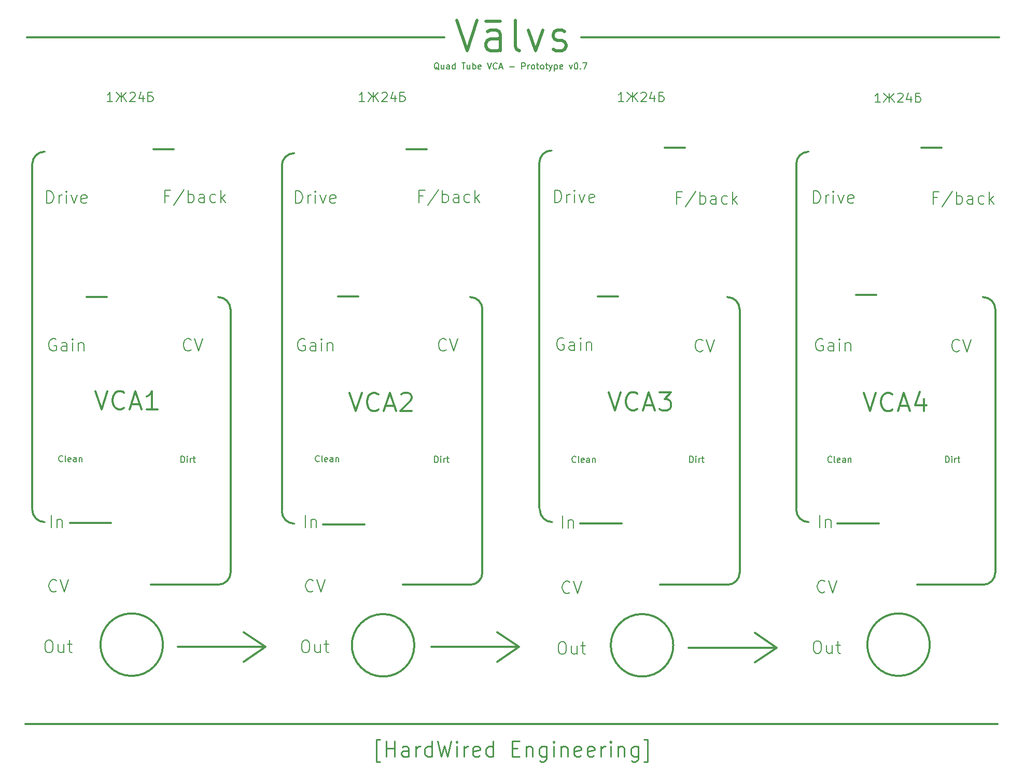
<source format=gto>
%TF.GenerationSoftware,KiCad,Pcbnew,(5.1.6-0-10_14)*%
%TF.CreationDate,2022-01-22T16:53:59+00:00*%
%TF.ProjectId,Quad Tube VCA Panel,51756164-2054-4756-9265-205643412050,rev?*%
%TF.SameCoordinates,Original*%
%TF.FileFunction,Legend,Top*%
%TF.FilePolarity,Positive*%
%FSLAX46Y46*%
G04 Gerber Fmt 4.6, Leading zero omitted, Abs format (unit mm)*
G04 Created by KiCad (PCBNEW (5.1.6-0-10_14)) date 2022-01-22 16:53:59*
%MOMM*%
%LPD*%
G01*
G04 APERTURE LIST*
%ADD10C,0.300000*%
%ADD11C,0.200000*%
%ADD12C,0.500000*%
%ADD13C,0.150000*%
%ADD14C,0.250000*%
%ADD15C,0.120000*%
G04 APERTURE END LIST*
D10*
X154813000Y-87122000D02*
X158115000Y-87122000D01*
X144145000Y-111125000D02*
X147447000Y-111125000D01*
X112903000Y-87122000D02*
X116205000Y-87122000D01*
X101981000Y-111379000D02*
X105283000Y-111379000D01*
X70739000Y-87376000D02*
X74041000Y-87376000D01*
X59563000Y-111379000D02*
X62865000Y-111379000D01*
X29464000Y-87376000D02*
X32766000Y-87376000D01*
X18542000Y-111506000D02*
X21844000Y-111506000D01*
X156210000Y-168275000D02*
G75*
G03*
X156210000Y-168275000I-5105337J0D01*
G01*
X114325337Y-168376663D02*
G75*
G03*
X114325337Y-168376663I-5105337J0D01*
G01*
X72034337Y-168376663D02*
G75*
G03*
X72034337Y-168376663I-5105337J0D01*
G01*
X30988000Y-168275000D02*
G75*
G03*
X30988000Y-168275000I-5105337J0D01*
G01*
D11*
X52641904Y-96154761D02*
X52641904Y-94154761D01*
X53118095Y-94154761D01*
X53403809Y-94250000D01*
X53594285Y-94440476D01*
X53689523Y-94630952D01*
X53784761Y-95011904D01*
X53784761Y-95297619D01*
X53689523Y-95678571D01*
X53594285Y-95869047D01*
X53403809Y-96059523D01*
X53118095Y-96154761D01*
X52641904Y-96154761D01*
X54641904Y-96154761D02*
X54641904Y-94821428D01*
X54641904Y-95202380D02*
X54737142Y-95011904D01*
X54832380Y-94916666D01*
X55022857Y-94821428D01*
X55213333Y-94821428D01*
X55880000Y-96154761D02*
X55880000Y-94821428D01*
X55880000Y-94154761D02*
X55784761Y-94250000D01*
X55880000Y-94345238D01*
X55975238Y-94250000D01*
X55880000Y-94154761D01*
X55880000Y-94345238D01*
X56641904Y-94821428D02*
X57118095Y-96154761D01*
X57594285Y-94821428D01*
X59118095Y-96059523D02*
X58927619Y-96154761D01*
X58546666Y-96154761D01*
X58356190Y-96059523D01*
X58260952Y-95869047D01*
X58260952Y-95107142D01*
X58356190Y-94916666D01*
X58546666Y-94821428D01*
X58927619Y-94821428D01*
X59118095Y-94916666D01*
X59213333Y-95107142D01*
X59213333Y-95297619D01*
X58260952Y-95488095D01*
X54118095Y-118380000D02*
X53927619Y-118284761D01*
X53641904Y-118284761D01*
X53356190Y-118380000D01*
X53165714Y-118570476D01*
X53070476Y-118760952D01*
X52975238Y-119141904D01*
X52975238Y-119427619D01*
X53070476Y-119808571D01*
X53165714Y-119999047D01*
X53356190Y-120189523D01*
X53641904Y-120284761D01*
X53832380Y-120284761D01*
X54118095Y-120189523D01*
X54213333Y-120094285D01*
X54213333Y-119427619D01*
X53832380Y-119427619D01*
X55927619Y-120284761D02*
X55927619Y-119237142D01*
X55832380Y-119046666D01*
X55641904Y-118951428D01*
X55260952Y-118951428D01*
X55070476Y-119046666D01*
X55927619Y-120189523D02*
X55737142Y-120284761D01*
X55260952Y-120284761D01*
X55070476Y-120189523D01*
X54975238Y-119999047D01*
X54975238Y-119808571D01*
X55070476Y-119618095D01*
X55260952Y-119522857D01*
X55737142Y-119522857D01*
X55927619Y-119427619D01*
X56880000Y-120284761D02*
X56880000Y-118951428D01*
X56880000Y-118284761D02*
X56784761Y-118380000D01*
X56880000Y-118475238D01*
X56975238Y-118380000D01*
X56880000Y-118284761D01*
X56880000Y-118475238D01*
X57832380Y-118951428D02*
X57832380Y-120284761D01*
X57832380Y-119141904D02*
X57927619Y-119046666D01*
X58118095Y-118951428D01*
X58403809Y-118951428D01*
X58594285Y-119046666D01*
X58689523Y-119237142D01*
X58689523Y-120284761D01*
X77231904Y-120094285D02*
X77136666Y-120189523D01*
X76850952Y-120284761D01*
X76660476Y-120284761D01*
X76374761Y-120189523D01*
X76184285Y-119999047D01*
X76089047Y-119808571D01*
X75993809Y-119427619D01*
X75993809Y-119141904D01*
X76089047Y-118760952D01*
X76184285Y-118570476D01*
X76374761Y-118380000D01*
X76660476Y-118284761D01*
X76850952Y-118284761D01*
X77136666Y-118380000D01*
X77231904Y-118475238D01*
X77803333Y-118284761D02*
X78470000Y-120284761D01*
X79136666Y-118284761D01*
X73485904Y-94980142D02*
X72819238Y-94980142D01*
X72819238Y-96027761D02*
X72819238Y-94027761D01*
X73771619Y-94027761D01*
X75962095Y-93932523D02*
X74247809Y-96503952D01*
X76628761Y-96027761D02*
X76628761Y-94027761D01*
X76628761Y-94789666D02*
X76819238Y-94694428D01*
X77200190Y-94694428D01*
X77390666Y-94789666D01*
X77485904Y-94884904D01*
X77581142Y-95075380D01*
X77581142Y-95646809D01*
X77485904Y-95837285D01*
X77390666Y-95932523D01*
X77200190Y-96027761D01*
X76819238Y-96027761D01*
X76628761Y-95932523D01*
X79295428Y-96027761D02*
X79295428Y-94980142D01*
X79200190Y-94789666D01*
X79009714Y-94694428D01*
X78628761Y-94694428D01*
X78438285Y-94789666D01*
X79295428Y-95932523D02*
X79104952Y-96027761D01*
X78628761Y-96027761D01*
X78438285Y-95932523D01*
X78343047Y-95742047D01*
X78343047Y-95551571D01*
X78438285Y-95361095D01*
X78628761Y-95265857D01*
X79104952Y-95265857D01*
X79295428Y-95170619D01*
X81104952Y-95932523D02*
X80914476Y-96027761D01*
X80533523Y-96027761D01*
X80343047Y-95932523D01*
X80247809Y-95837285D01*
X80152571Y-95646809D01*
X80152571Y-95075380D01*
X80247809Y-94884904D01*
X80343047Y-94789666D01*
X80533523Y-94694428D01*
X80914476Y-94694428D01*
X81104952Y-94789666D01*
X81962095Y-96027761D02*
X81962095Y-94027761D01*
X82152571Y-95265857D02*
X82724000Y-96027761D01*
X82724000Y-94694428D02*
X81962095Y-95456333D01*
X35575904Y-120094285D02*
X35480666Y-120189523D01*
X35194952Y-120284761D01*
X35004476Y-120284761D01*
X34718761Y-120189523D01*
X34528285Y-119999047D01*
X34433047Y-119808571D01*
X34337809Y-119427619D01*
X34337809Y-119141904D01*
X34433047Y-118760952D01*
X34528285Y-118570476D01*
X34718761Y-118380000D01*
X35004476Y-118284761D01*
X35194952Y-118284761D01*
X35480666Y-118380000D01*
X35575904Y-118475238D01*
X36147333Y-118284761D02*
X36814000Y-120284761D01*
X37480666Y-118284761D01*
X31956904Y-94980142D02*
X31290238Y-94980142D01*
X31290238Y-96027761D02*
X31290238Y-94027761D01*
X32242619Y-94027761D01*
X34433095Y-93932523D02*
X32718809Y-96503952D01*
X35099761Y-96027761D02*
X35099761Y-94027761D01*
X35099761Y-94789666D02*
X35290238Y-94694428D01*
X35671190Y-94694428D01*
X35861666Y-94789666D01*
X35956904Y-94884904D01*
X36052142Y-95075380D01*
X36052142Y-95646809D01*
X35956904Y-95837285D01*
X35861666Y-95932523D01*
X35671190Y-96027761D01*
X35290238Y-96027761D01*
X35099761Y-95932523D01*
X37766428Y-96027761D02*
X37766428Y-94980142D01*
X37671190Y-94789666D01*
X37480714Y-94694428D01*
X37099761Y-94694428D01*
X36909285Y-94789666D01*
X37766428Y-95932523D02*
X37575952Y-96027761D01*
X37099761Y-96027761D01*
X36909285Y-95932523D01*
X36814047Y-95742047D01*
X36814047Y-95551571D01*
X36909285Y-95361095D01*
X37099761Y-95265857D01*
X37575952Y-95265857D01*
X37766428Y-95170619D01*
X39575952Y-95932523D02*
X39385476Y-96027761D01*
X39004523Y-96027761D01*
X38814047Y-95932523D01*
X38718809Y-95837285D01*
X38623571Y-95646809D01*
X38623571Y-95075380D01*
X38718809Y-94884904D01*
X38814047Y-94789666D01*
X39004523Y-94694428D01*
X39385476Y-94694428D01*
X39575952Y-94789666D01*
X40433095Y-96027761D02*
X40433095Y-94027761D01*
X40623571Y-95265857D02*
X41195000Y-96027761D01*
X41195000Y-94694428D02*
X40433095Y-95456333D01*
X13478095Y-118380000D02*
X13287619Y-118284761D01*
X13001904Y-118284761D01*
X12716190Y-118380000D01*
X12525714Y-118570476D01*
X12430476Y-118760952D01*
X12335238Y-119141904D01*
X12335238Y-119427619D01*
X12430476Y-119808571D01*
X12525714Y-119999047D01*
X12716190Y-120189523D01*
X13001904Y-120284761D01*
X13192380Y-120284761D01*
X13478095Y-120189523D01*
X13573333Y-120094285D01*
X13573333Y-119427619D01*
X13192380Y-119427619D01*
X15287619Y-120284761D02*
X15287619Y-119237142D01*
X15192380Y-119046666D01*
X15001904Y-118951428D01*
X14620952Y-118951428D01*
X14430476Y-119046666D01*
X15287619Y-120189523D02*
X15097142Y-120284761D01*
X14620952Y-120284761D01*
X14430476Y-120189523D01*
X14335238Y-119999047D01*
X14335238Y-119808571D01*
X14430476Y-119618095D01*
X14620952Y-119522857D01*
X15097142Y-119522857D01*
X15287619Y-119427619D01*
X16240000Y-120284761D02*
X16240000Y-118951428D01*
X16240000Y-118284761D02*
X16144761Y-118380000D01*
X16240000Y-118475238D01*
X16335238Y-118380000D01*
X16240000Y-118284761D01*
X16240000Y-118475238D01*
X17192380Y-118951428D02*
X17192380Y-120284761D01*
X17192380Y-119141904D02*
X17287619Y-119046666D01*
X17478095Y-118951428D01*
X17763809Y-118951428D01*
X17954285Y-119046666D01*
X18049523Y-119237142D01*
X18049523Y-120284761D01*
X12001904Y-96154761D02*
X12001904Y-94154761D01*
X12478095Y-94154761D01*
X12763809Y-94250000D01*
X12954285Y-94440476D01*
X13049523Y-94630952D01*
X13144761Y-95011904D01*
X13144761Y-95297619D01*
X13049523Y-95678571D01*
X12954285Y-95869047D01*
X12763809Y-96059523D01*
X12478095Y-96154761D01*
X12001904Y-96154761D01*
X14001904Y-96154761D02*
X14001904Y-94821428D01*
X14001904Y-95202380D02*
X14097142Y-95011904D01*
X14192380Y-94916666D01*
X14382857Y-94821428D01*
X14573333Y-94821428D01*
X15240000Y-96154761D02*
X15240000Y-94821428D01*
X15240000Y-94154761D02*
X15144761Y-94250000D01*
X15240000Y-94345238D01*
X15335238Y-94250000D01*
X15240000Y-94154761D01*
X15240000Y-94345238D01*
X16001904Y-94821428D02*
X16478095Y-96154761D01*
X16954285Y-94821428D01*
X18478095Y-96059523D02*
X18287619Y-96154761D01*
X17906666Y-96154761D01*
X17716190Y-96059523D01*
X17620952Y-95869047D01*
X17620952Y-95107142D01*
X17716190Y-94916666D01*
X17906666Y-94821428D01*
X18287619Y-94821428D01*
X18478095Y-94916666D01*
X18573333Y-95107142D01*
X18573333Y-95297619D01*
X17620952Y-95488095D01*
D12*
X78971333Y-66222904D02*
X80638000Y-71222904D01*
X82304666Y-66222904D01*
X86114190Y-71222904D02*
X86114190Y-68603857D01*
X85876095Y-68127666D01*
X85399904Y-67889571D01*
X84447523Y-67889571D01*
X83971333Y-68127666D01*
X86114190Y-70984809D02*
X85638000Y-71222904D01*
X84447523Y-71222904D01*
X83971333Y-70984809D01*
X83733238Y-70508619D01*
X83733238Y-70032428D01*
X83971333Y-69556238D01*
X84447523Y-69318142D01*
X85638000Y-69318142D01*
X86114190Y-69080047D01*
X83733238Y-66461000D02*
X86114190Y-66461000D01*
X89209428Y-71222904D02*
X88733238Y-70984809D01*
X88495142Y-70508619D01*
X88495142Y-66222904D01*
X90638000Y-67889571D02*
X91828476Y-71222904D01*
X93018952Y-67889571D01*
X94685619Y-70984809D02*
X95161809Y-71222904D01*
X96114190Y-71222904D01*
X96590380Y-70984809D01*
X96828476Y-70508619D01*
X96828476Y-70270523D01*
X96590380Y-69794333D01*
X96114190Y-69556238D01*
X95399904Y-69556238D01*
X94923714Y-69318142D01*
X94685619Y-68841952D01*
X94685619Y-68603857D01*
X94923714Y-68127666D01*
X95399904Y-67889571D01*
X96114190Y-67889571D01*
X96590380Y-68127666D01*
D11*
X96409095Y-118253000D02*
X96218619Y-118157761D01*
X95932904Y-118157761D01*
X95647190Y-118253000D01*
X95456714Y-118443476D01*
X95361476Y-118633952D01*
X95266238Y-119014904D01*
X95266238Y-119300619D01*
X95361476Y-119681571D01*
X95456714Y-119872047D01*
X95647190Y-120062523D01*
X95932904Y-120157761D01*
X96123380Y-120157761D01*
X96409095Y-120062523D01*
X96504333Y-119967285D01*
X96504333Y-119300619D01*
X96123380Y-119300619D01*
X98218619Y-120157761D02*
X98218619Y-119110142D01*
X98123380Y-118919666D01*
X97932904Y-118824428D01*
X97551952Y-118824428D01*
X97361476Y-118919666D01*
X98218619Y-120062523D02*
X98028142Y-120157761D01*
X97551952Y-120157761D01*
X97361476Y-120062523D01*
X97266238Y-119872047D01*
X97266238Y-119681571D01*
X97361476Y-119491095D01*
X97551952Y-119395857D01*
X98028142Y-119395857D01*
X98218619Y-119300619D01*
X99171000Y-120157761D02*
X99171000Y-118824428D01*
X99171000Y-118157761D02*
X99075761Y-118253000D01*
X99171000Y-118348238D01*
X99266238Y-118253000D01*
X99171000Y-118157761D01*
X99171000Y-118348238D01*
X100123380Y-118824428D02*
X100123380Y-120157761D01*
X100123380Y-119014904D02*
X100218619Y-118919666D01*
X100409095Y-118824428D01*
X100694809Y-118824428D01*
X100885285Y-118919666D01*
X100980523Y-119110142D01*
X100980523Y-120157761D01*
X119141904Y-120221285D02*
X119046666Y-120316523D01*
X118760952Y-120411761D01*
X118570476Y-120411761D01*
X118284761Y-120316523D01*
X118094285Y-120126047D01*
X117999047Y-119935571D01*
X117903809Y-119554619D01*
X117903809Y-119268904D01*
X117999047Y-118887952D01*
X118094285Y-118697476D01*
X118284761Y-118507000D01*
X118570476Y-118411761D01*
X118760952Y-118411761D01*
X119046666Y-118507000D01*
X119141904Y-118602238D01*
X119713333Y-118411761D02*
X120380000Y-120411761D01*
X121046666Y-118411761D01*
X94932904Y-96027761D02*
X94932904Y-94027761D01*
X95409095Y-94027761D01*
X95694809Y-94123000D01*
X95885285Y-94313476D01*
X95980523Y-94503952D01*
X96075761Y-94884904D01*
X96075761Y-95170619D01*
X95980523Y-95551571D01*
X95885285Y-95742047D01*
X95694809Y-95932523D01*
X95409095Y-96027761D01*
X94932904Y-96027761D01*
X96932904Y-96027761D02*
X96932904Y-94694428D01*
X96932904Y-95075380D02*
X97028142Y-94884904D01*
X97123380Y-94789666D01*
X97313857Y-94694428D01*
X97504333Y-94694428D01*
X98171000Y-96027761D02*
X98171000Y-94694428D01*
X98171000Y-94027761D02*
X98075761Y-94123000D01*
X98171000Y-94218238D01*
X98266238Y-94123000D01*
X98171000Y-94027761D01*
X98171000Y-94218238D01*
X98932904Y-94694428D02*
X99409095Y-96027761D01*
X99885285Y-94694428D01*
X101409095Y-95932523D02*
X101218619Y-96027761D01*
X100837666Y-96027761D01*
X100647190Y-95932523D01*
X100551952Y-95742047D01*
X100551952Y-94980142D01*
X100647190Y-94789666D01*
X100837666Y-94694428D01*
X101218619Y-94694428D01*
X101409095Y-94789666D01*
X101504333Y-94980142D01*
X101504333Y-95170619D01*
X100551952Y-95361095D01*
X115522904Y-95234142D02*
X114856238Y-95234142D01*
X114856238Y-96281761D02*
X114856238Y-94281761D01*
X115808619Y-94281761D01*
X117999095Y-94186523D02*
X116284809Y-96757952D01*
X118665761Y-96281761D02*
X118665761Y-94281761D01*
X118665761Y-95043666D02*
X118856238Y-94948428D01*
X119237190Y-94948428D01*
X119427666Y-95043666D01*
X119522904Y-95138904D01*
X119618142Y-95329380D01*
X119618142Y-95900809D01*
X119522904Y-96091285D01*
X119427666Y-96186523D01*
X119237190Y-96281761D01*
X118856238Y-96281761D01*
X118665761Y-96186523D01*
X121332428Y-96281761D02*
X121332428Y-95234142D01*
X121237190Y-95043666D01*
X121046714Y-94948428D01*
X120665761Y-94948428D01*
X120475285Y-95043666D01*
X121332428Y-96186523D02*
X121141952Y-96281761D01*
X120665761Y-96281761D01*
X120475285Y-96186523D01*
X120380047Y-95996047D01*
X120380047Y-95805571D01*
X120475285Y-95615095D01*
X120665761Y-95519857D01*
X121141952Y-95519857D01*
X121332428Y-95424619D01*
X123141952Y-96186523D02*
X122951476Y-96281761D01*
X122570523Y-96281761D01*
X122380047Y-96186523D01*
X122284809Y-96091285D01*
X122189571Y-95900809D01*
X122189571Y-95329380D01*
X122284809Y-95138904D01*
X122380047Y-95043666D01*
X122570523Y-94948428D01*
X122951476Y-94948428D01*
X123141952Y-95043666D01*
X123999095Y-96281761D02*
X123999095Y-94281761D01*
X124189571Y-95519857D02*
X124761000Y-96281761D01*
X124761000Y-94948428D02*
X123999095Y-95710333D01*
X138700095Y-118380000D02*
X138509619Y-118284761D01*
X138223904Y-118284761D01*
X137938190Y-118380000D01*
X137747714Y-118570476D01*
X137652476Y-118760952D01*
X137557238Y-119141904D01*
X137557238Y-119427619D01*
X137652476Y-119808571D01*
X137747714Y-119999047D01*
X137938190Y-120189523D01*
X138223904Y-120284761D01*
X138414380Y-120284761D01*
X138700095Y-120189523D01*
X138795333Y-120094285D01*
X138795333Y-119427619D01*
X138414380Y-119427619D01*
X140509619Y-120284761D02*
X140509619Y-119237142D01*
X140414380Y-119046666D01*
X140223904Y-118951428D01*
X139842952Y-118951428D01*
X139652476Y-119046666D01*
X140509619Y-120189523D02*
X140319142Y-120284761D01*
X139842952Y-120284761D01*
X139652476Y-120189523D01*
X139557238Y-119999047D01*
X139557238Y-119808571D01*
X139652476Y-119618095D01*
X139842952Y-119522857D01*
X140319142Y-119522857D01*
X140509619Y-119427619D01*
X141462000Y-120284761D02*
X141462000Y-118951428D01*
X141462000Y-118284761D02*
X141366761Y-118380000D01*
X141462000Y-118475238D01*
X141557238Y-118380000D01*
X141462000Y-118284761D01*
X141462000Y-118475238D01*
X142414380Y-118951428D02*
X142414380Y-120284761D01*
X142414380Y-119141904D02*
X142509619Y-119046666D01*
X142700095Y-118951428D01*
X142985809Y-118951428D01*
X143176285Y-119046666D01*
X143271523Y-119237142D01*
X143271523Y-120284761D01*
X161051904Y-120221285D02*
X160956666Y-120316523D01*
X160670952Y-120411761D01*
X160480476Y-120411761D01*
X160194761Y-120316523D01*
X160004285Y-120126047D01*
X159909047Y-119935571D01*
X159813809Y-119554619D01*
X159813809Y-119268904D01*
X159909047Y-118887952D01*
X160004285Y-118697476D01*
X160194761Y-118507000D01*
X160480476Y-118411761D01*
X160670952Y-118411761D01*
X160956666Y-118507000D01*
X161051904Y-118602238D01*
X161623333Y-118411761D02*
X162290000Y-120411761D01*
X162956666Y-118411761D01*
X137223904Y-96154761D02*
X137223904Y-94154761D01*
X137700095Y-94154761D01*
X137985809Y-94250000D01*
X138176285Y-94440476D01*
X138271523Y-94630952D01*
X138366761Y-95011904D01*
X138366761Y-95297619D01*
X138271523Y-95678571D01*
X138176285Y-95869047D01*
X137985809Y-96059523D01*
X137700095Y-96154761D01*
X137223904Y-96154761D01*
X139223904Y-96154761D02*
X139223904Y-94821428D01*
X139223904Y-95202380D02*
X139319142Y-95011904D01*
X139414380Y-94916666D01*
X139604857Y-94821428D01*
X139795333Y-94821428D01*
X140462000Y-96154761D02*
X140462000Y-94821428D01*
X140462000Y-94154761D02*
X140366761Y-94250000D01*
X140462000Y-94345238D01*
X140557238Y-94250000D01*
X140462000Y-94154761D01*
X140462000Y-94345238D01*
X141223904Y-94821428D02*
X141700095Y-96154761D01*
X142176285Y-94821428D01*
X143700095Y-96059523D02*
X143509619Y-96154761D01*
X143128666Y-96154761D01*
X142938190Y-96059523D01*
X142842952Y-95869047D01*
X142842952Y-95107142D01*
X142938190Y-94916666D01*
X143128666Y-94821428D01*
X143509619Y-94821428D01*
X143700095Y-94916666D01*
X143795333Y-95107142D01*
X143795333Y-95297619D01*
X142842952Y-95488095D01*
X157432904Y-95234142D02*
X156766238Y-95234142D01*
X156766238Y-96281761D02*
X156766238Y-94281761D01*
X157718619Y-94281761D01*
X159909095Y-94186523D02*
X158194809Y-96757952D01*
X160575761Y-96281761D02*
X160575761Y-94281761D01*
X160575761Y-95043666D02*
X160766238Y-94948428D01*
X161147190Y-94948428D01*
X161337666Y-95043666D01*
X161432904Y-95138904D01*
X161528142Y-95329380D01*
X161528142Y-95900809D01*
X161432904Y-96091285D01*
X161337666Y-96186523D01*
X161147190Y-96281761D01*
X160766238Y-96281761D01*
X160575761Y-96186523D01*
X163242428Y-96281761D02*
X163242428Y-95234142D01*
X163147190Y-95043666D01*
X162956714Y-94948428D01*
X162575761Y-94948428D01*
X162385285Y-95043666D01*
X163242428Y-96186523D02*
X163051952Y-96281761D01*
X162575761Y-96281761D01*
X162385285Y-96186523D01*
X162290047Y-95996047D01*
X162290047Y-95805571D01*
X162385285Y-95615095D01*
X162575761Y-95519857D01*
X163051952Y-95519857D01*
X163242428Y-95424619D01*
X165051952Y-96186523D02*
X164861476Y-96281761D01*
X164480523Y-96281761D01*
X164290047Y-96186523D01*
X164194809Y-96091285D01*
X164099571Y-95900809D01*
X164099571Y-95329380D01*
X164194809Y-95138904D01*
X164290047Y-95043666D01*
X164480523Y-94948428D01*
X164861476Y-94948428D01*
X165051952Y-95043666D01*
X165909095Y-96281761D02*
X165909095Y-94281761D01*
X166099571Y-95519857D02*
X166671000Y-96281761D01*
X166671000Y-94948428D02*
X165909095Y-95710333D01*
D13*
X76066523Y-74334619D02*
X75971285Y-74287000D01*
X75876047Y-74191761D01*
X75733190Y-74048904D01*
X75637952Y-74001285D01*
X75542714Y-74001285D01*
X75590333Y-74239380D02*
X75495095Y-74191761D01*
X75399857Y-74096523D01*
X75352238Y-73906047D01*
X75352238Y-73572714D01*
X75399857Y-73382238D01*
X75495095Y-73287000D01*
X75590333Y-73239380D01*
X75780809Y-73239380D01*
X75876047Y-73287000D01*
X75971285Y-73382238D01*
X76018904Y-73572714D01*
X76018904Y-73906047D01*
X75971285Y-74096523D01*
X75876047Y-74191761D01*
X75780809Y-74239380D01*
X75590333Y-74239380D01*
X76876047Y-73572714D02*
X76876047Y-74239380D01*
X76447476Y-73572714D02*
X76447476Y-74096523D01*
X76495095Y-74191761D01*
X76590333Y-74239380D01*
X76733190Y-74239380D01*
X76828428Y-74191761D01*
X76876047Y-74144142D01*
X77780809Y-74239380D02*
X77780809Y-73715571D01*
X77733190Y-73620333D01*
X77637952Y-73572714D01*
X77447476Y-73572714D01*
X77352238Y-73620333D01*
X77780809Y-74191761D02*
X77685571Y-74239380D01*
X77447476Y-74239380D01*
X77352238Y-74191761D01*
X77304619Y-74096523D01*
X77304619Y-74001285D01*
X77352238Y-73906047D01*
X77447476Y-73858428D01*
X77685571Y-73858428D01*
X77780809Y-73810809D01*
X78685571Y-74239380D02*
X78685571Y-73239380D01*
X78685571Y-74191761D02*
X78590333Y-74239380D01*
X78399857Y-74239380D01*
X78304619Y-74191761D01*
X78257000Y-74144142D01*
X78209380Y-74048904D01*
X78209380Y-73763190D01*
X78257000Y-73667952D01*
X78304619Y-73620333D01*
X78399857Y-73572714D01*
X78590333Y-73572714D01*
X78685571Y-73620333D01*
X79780809Y-73239380D02*
X80352238Y-73239380D01*
X80066523Y-74239380D02*
X80066523Y-73239380D01*
X81114142Y-73572714D02*
X81114142Y-74239380D01*
X80685571Y-73572714D02*
X80685571Y-74096523D01*
X80733190Y-74191761D01*
X80828428Y-74239380D01*
X80971285Y-74239380D01*
X81066523Y-74191761D01*
X81114142Y-74144142D01*
X81590333Y-74239380D02*
X81590333Y-73239380D01*
X81590333Y-73620333D02*
X81685571Y-73572714D01*
X81876047Y-73572714D01*
X81971285Y-73620333D01*
X82018904Y-73667952D01*
X82066523Y-73763190D01*
X82066523Y-74048904D01*
X82018904Y-74144142D01*
X81971285Y-74191761D01*
X81876047Y-74239380D01*
X81685571Y-74239380D01*
X81590333Y-74191761D01*
X82876047Y-74191761D02*
X82780809Y-74239380D01*
X82590333Y-74239380D01*
X82495095Y-74191761D01*
X82447476Y-74096523D01*
X82447476Y-73715571D01*
X82495095Y-73620333D01*
X82590333Y-73572714D01*
X82780809Y-73572714D01*
X82876047Y-73620333D01*
X82923666Y-73715571D01*
X82923666Y-73810809D01*
X82447476Y-73906047D01*
X83971285Y-73239380D02*
X84304619Y-74239380D01*
X84637952Y-73239380D01*
X85542714Y-74144142D02*
X85495095Y-74191761D01*
X85352238Y-74239380D01*
X85257000Y-74239380D01*
X85114142Y-74191761D01*
X85018904Y-74096523D01*
X84971285Y-74001285D01*
X84923666Y-73810809D01*
X84923666Y-73667952D01*
X84971285Y-73477476D01*
X85018904Y-73382238D01*
X85114142Y-73287000D01*
X85257000Y-73239380D01*
X85352238Y-73239380D01*
X85495095Y-73287000D01*
X85542714Y-73334619D01*
X85923666Y-73953666D02*
X86399857Y-73953666D01*
X85828428Y-74239380D02*
X86161761Y-73239380D01*
X86495095Y-74239380D01*
X87590333Y-73858428D02*
X88352238Y-73858428D01*
X89590333Y-74239380D02*
X89590333Y-73239380D01*
X89971285Y-73239380D01*
X90066523Y-73287000D01*
X90114142Y-73334619D01*
X90161761Y-73429857D01*
X90161761Y-73572714D01*
X90114142Y-73667952D01*
X90066523Y-73715571D01*
X89971285Y-73763190D01*
X89590333Y-73763190D01*
X90590333Y-74239380D02*
X90590333Y-73572714D01*
X90590333Y-73763190D02*
X90637952Y-73667952D01*
X90685571Y-73620333D01*
X90780809Y-73572714D01*
X90876047Y-73572714D01*
X91352238Y-74239380D02*
X91257000Y-74191761D01*
X91209380Y-74144142D01*
X91161761Y-74048904D01*
X91161761Y-73763190D01*
X91209380Y-73667952D01*
X91257000Y-73620333D01*
X91352238Y-73572714D01*
X91495095Y-73572714D01*
X91590333Y-73620333D01*
X91637952Y-73667952D01*
X91685571Y-73763190D01*
X91685571Y-74048904D01*
X91637952Y-74144142D01*
X91590333Y-74191761D01*
X91495095Y-74239380D01*
X91352238Y-74239380D01*
X91971285Y-73572714D02*
X92352238Y-73572714D01*
X92114142Y-73239380D02*
X92114142Y-74096523D01*
X92161761Y-74191761D01*
X92257000Y-74239380D01*
X92352238Y-74239380D01*
X92828428Y-74239380D02*
X92733190Y-74191761D01*
X92685571Y-74144142D01*
X92637952Y-74048904D01*
X92637952Y-73763190D01*
X92685571Y-73667952D01*
X92733190Y-73620333D01*
X92828428Y-73572714D01*
X92971285Y-73572714D01*
X93066523Y-73620333D01*
X93114142Y-73667952D01*
X93161761Y-73763190D01*
X93161761Y-74048904D01*
X93114142Y-74144142D01*
X93066523Y-74191761D01*
X92971285Y-74239380D01*
X92828428Y-74239380D01*
X93447476Y-73572714D02*
X93828428Y-73572714D01*
X93590333Y-73239380D02*
X93590333Y-74096523D01*
X93637952Y-74191761D01*
X93733190Y-74239380D01*
X93828428Y-74239380D01*
X94066523Y-73572714D02*
X94304619Y-74239380D01*
X94542714Y-73572714D02*
X94304619Y-74239380D01*
X94209380Y-74477476D01*
X94161761Y-74525095D01*
X94066523Y-74572714D01*
X94923666Y-73572714D02*
X94923666Y-74572714D01*
X94923666Y-73620333D02*
X95018904Y-73572714D01*
X95209380Y-73572714D01*
X95304619Y-73620333D01*
X95352238Y-73667952D01*
X95399857Y-73763190D01*
X95399857Y-74048904D01*
X95352238Y-74144142D01*
X95304619Y-74191761D01*
X95209380Y-74239380D01*
X95018904Y-74239380D01*
X94923666Y-74191761D01*
X96209380Y-74191761D02*
X96114142Y-74239380D01*
X95923666Y-74239380D01*
X95828428Y-74191761D01*
X95780809Y-74096523D01*
X95780809Y-73715571D01*
X95828428Y-73620333D01*
X95923666Y-73572714D01*
X96114142Y-73572714D01*
X96209380Y-73620333D01*
X96257000Y-73715571D01*
X96257000Y-73810809D01*
X95780809Y-73906047D01*
X97352238Y-73572714D02*
X97590333Y-74239380D01*
X97828428Y-73572714D01*
X98399857Y-73239380D02*
X98495095Y-73239380D01*
X98590333Y-73287000D01*
X98637952Y-73334619D01*
X98685571Y-73429857D01*
X98733190Y-73620333D01*
X98733190Y-73858428D01*
X98685571Y-74048904D01*
X98637952Y-74144142D01*
X98590333Y-74191761D01*
X98495095Y-74239380D01*
X98399857Y-74239380D01*
X98304619Y-74191761D01*
X98257000Y-74144142D01*
X98209380Y-74048904D01*
X98161761Y-73858428D01*
X98161761Y-73620333D01*
X98209380Y-73429857D01*
X98257000Y-73334619D01*
X98304619Y-73287000D01*
X98399857Y-73239380D01*
X99161761Y-74144142D02*
X99209380Y-74191761D01*
X99161761Y-74239380D01*
X99114142Y-74191761D01*
X99161761Y-74144142D01*
X99161761Y-74239380D01*
X99542714Y-73239380D02*
X100209380Y-73239380D01*
X99780809Y-74239380D01*
D11*
X12748238Y-149145761D02*
X12748238Y-147145761D01*
X13700619Y-147812428D02*
X13700619Y-149145761D01*
X13700619Y-148002904D02*
X13795857Y-147907666D01*
X13986333Y-147812428D01*
X14272047Y-147812428D01*
X14462523Y-147907666D01*
X14557761Y-148098142D01*
X14557761Y-149145761D01*
X13604904Y-159464285D02*
X13509666Y-159559523D01*
X13223952Y-159654761D01*
X13033476Y-159654761D01*
X12747761Y-159559523D01*
X12557285Y-159369047D01*
X12462047Y-159178571D01*
X12366809Y-158797619D01*
X12366809Y-158511904D01*
X12462047Y-158130952D01*
X12557285Y-157940476D01*
X12747761Y-157750000D01*
X13033476Y-157654761D01*
X13223952Y-157654761D01*
X13509666Y-157750000D01*
X13604904Y-157845238D01*
X14176333Y-157654761D02*
X14843000Y-159654761D01*
X15509666Y-157654761D01*
X12176333Y-167560761D02*
X12557285Y-167560761D01*
X12747761Y-167656000D01*
X12938238Y-167846476D01*
X13033476Y-168227428D01*
X13033476Y-168894095D01*
X12938238Y-169275047D01*
X12747761Y-169465523D01*
X12557285Y-169560761D01*
X12176333Y-169560761D01*
X11985857Y-169465523D01*
X11795380Y-169275047D01*
X11700142Y-168894095D01*
X11700142Y-168227428D01*
X11795380Y-167846476D01*
X11985857Y-167656000D01*
X12176333Y-167560761D01*
X14747761Y-168227428D02*
X14747761Y-169560761D01*
X13890619Y-168227428D02*
X13890619Y-169275047D01*
X13985857Y-169465523D01*
X14176333Y-169560761D01*
X14462047Y-169560761D01*
X14652523Y-169465523D01*
X14747761Y-169370285D01*
X15414428Y-168227428D02*
X16176333Y-168227428D01*
X15700142Y-167560761D02*
X15700142Y-169275047D01*
X15795380Y-169465523D01*
X15985857Y-169560761D01*
X16176333Y-169560761D01*
X55514904Y-159464285D02*
X55419666Y-159559523D01*
X55133952Y-159654761D01*
X54943476Y-159654761D01*
X54657761Y-159559523D01*
X54467285Y-159369047D01*
X54372047Y-159178571D01*
X54276809Y-158797619D01*
X54276809Y-158511904D01*
X54372047Y-158130952D01*
X54467285Y-157940476D01*
X54657761Y-157750000D01*
X54943476Y-157654761D01*
X55133952Y-157654761D01*
X55419666Y-157750000D01*
X55514904Y-157845238D01*
X56086333Y-157654761D02*
X56753000Y-159654761D01*
X57419666Y-157654761D01*
X54086333Y-167560761D02*
X54467285Y-167560761D01*
X54657761Y-167656000D01*
X54848238Y-167846476D01*
X54943476Y-168227428D01*
X54943476Y-168894095D01*
X54848238Y-169275047D01*
X54657761Y-169465523D01*
X54467285Y-169560761D01*
X54086333Y-169560761D01*
X53895857Y-169465523D01*
X53705380Y-169275047D01*
X53610142Y-168894095D01*
X53610142Y-168227428D01*
X53705380Y-167846476D01*
X53895857Y-167656000D01*
X54086333Y-167560761D01*
X56657761Y-168227428D02*
X56657761Y-169560761D01*
X55800619Y-168227428D02*
X55800619Y-169275047D01*
X55895857Y-169465523D01*
X56086333Y-169560761D01*
X56372047Y-169560761D01*
X56562523Y-169465523D01*
X56657761Y-169370285D01*
X57324428Y-168227428D02*
X58086333Y-168227428D01*
X57610142Y-167560761D02*
X57610142Y-169275047D01*
X57705380Y-169465523D01*
X57895857Y-169560761D01*
X58086333Y-169560761D01*
X54248238Y-149145761D02*
X54248238Y-147145761D01*
X55200619Y-147812428D02*
X55200619Y-149145761D01*
X55200619Y-148002904D02*
X55295857Y-147907666D01*
X55486333Y-147812428D01*
X55772047Y-147812428D01*
X55962523Y-147907666D01*
X56057761Y-148098142D01*
X56057761Y-149145761D01*
X97424904Y-159718285D02*
X97329666Y-159813523D01*
X97043952Y-159908761D01*
X96853476Y-159908761D01*
X96567761Y-159813523D01*
X96377285Y-159623047D01*
X96282047Y-159432571D01*
X96186809Y-159051619D01*
X96186809Y-158765904D01*
X96282047Y-158384952D01*
X96377285Y-158194476D01*
X96567761Y-158004000D01*
X96853476Y-157908761D01*
X97043952Y-157908761D01*
X97329666Y-158004000D01*
X97424904Y-158099238D01*
X97996333Y-157908761D02*
X98663000Y-159908761D01*
X99329666Y-157908761D01*
X95996333Y-167814761D02*
X96377285Y-167814761D01*
X96567761Y-167910000D01*
X96758238Y-168100476D01*
X96853476Y-168481428D01*
X96853476Y-169148095D01*
X96758238Y-169529047D01*
X96567761Y-169719523D01*
X96377285Y-169814761D01*
X95996333Y-169814761D01*
X95805857Y-169719523D01*
X95615380Y-169529047D01*
X95520142Y-169148095D01*
X95520142Y-168481428D01*
X95615380Y-168100476D01*
X95805857Y-167910000D01*
X95996333Y-167814761D01*
X98567761Y-168481428D02*
X98567761Y-169814761D01*
X97710619Y-168481428D02*
X97710619Y-169529047D01*
X97805857Y-169719523D01*
X97996333Y-169814761D01*
X98282047Y-169814761D01*
X98472523Y-169719523D01*
X98567761Y-169624285D01*
X99234428Y-168481428D02*
X99996333Y-168481428D01*
X99520142Y-167814761D02*
X99520142Y-169529047D01*
X99615380Y-169719523D01*
X99805857Y-169814761D01*
X99996333Y-169814761D01*
X96248238Y-149240761D02*
X96248238Y-147240761D01*
X97200619Y-147907428D02*
X97200619Y-149240761D01*
X97200619Y-148097904D02*
X97295857Y-148002666D01*
X97486333Y-147907428D01*
X97772047Y-147907428D01*
X97962523Y-148002666D01*
X98057761Y-148193142D01*
X98057761Y-149240761D01*
X139080904Y-159591285D02*
X138985666Y-159686523D01*
X138699952Y-159781761D01*
X138509476Y-159781761D01*
X138223761Y-159686523D01*
X138033285Y-159496047D01*
X137938047Y-159305571D01*
X137842809Y-158924619D01*
X137842809Y-158638904D01*
X137938047Y-158257952D01*
X138033285Y-158067476D01*
X138223761Y-157877000D01*
X138509476Y-157781761D01*
X138699952Y-157781761D01*
X138985666Y-157877000D01*
X139080904Y-157972238D01*
X139652333Y-157781761D02*
X140319000Y-159781761D01*
X140985666Y-157781761D01*
X137652333Y-167687761D02*
X138033285Y-167687761D01*
X138223761Y-167783000D01*
X138414238Y-167973476D01*
X138509476Y-168354428D01*
X138509476Y-169021095D01*
X138414238Y-169402047D01*
X138223761Y-169592523D01*
X138033285Y-169687761D01*
X137652333Y-169687761D01*
X137461857Y-169592523D01*
X137271380Y-169402047D01*
X137176142Y-169021095D01*
X137176142Y-168354428D01*
X137271380Y-167973476D01*
X137461857Y-167783000D01*
X137652333Y-167687761D01*
X140223761Y-168354428D02*
X140223761Y-169687761D01*
X139366619Y-168354428D02*
X139366619Y-169402047D01*
X139461857Y-169592523D01*
X139652333Y-169687761D01*
X139938047Y-169687761D01*
X140128523Y-169592523D01*
X140223761Y-169497285D01*
X140890428Y-168354428D02*
X141652333Y-168354428D01*
X141176142Y-167687761D02*
X141176142Y-169402047D01*
X141271380Y-169592523D01*
X141461857Y-169687761D01*
X141652333Y-169687761D01*
X138248238Y-149113761D02*
X138248238Y-147113761D01*
X139200619Y-147780428D02*
X139200619Y-149113761D01*
X139200619Y-147970904D02*
X139295857Y-147875666D01*
X139486333Y-147780428D01*
X139772047Y-147780428D01*
X139962523Y-147875666D01*
X140057761Y-148066142D01*
X140057761Y-149113761D01*
D13*
X14589285Y-138279142D02*
X14541666Y-138326761D01*
X14398809Y-138374380D01*
X14303571Y-138374380D01*
X14160714Y-138326761D01*
X14065476Y-138231523D01*
X14017857Y-138136285D01*
X13970238Y-137945809D01*
X13970238Y-137802952D01*
X14017857Y-137612476D01*
X14065476Y-137517238D01*
X14160714Y-137422000D01*
X14303571Y-137374380D01*
X14398809Y-137374380D01*
X14541666Y-137422000D01*
X14589285Y-137469619D01*
X15160714Y-138374380D02*
X15065476Y-138326761D01*
X15017857Y-138231523D01*
X15017857Y-137374380D01*
X15922619Y-138326761D02*
X15827380Y-138374380D01*
X15636904Y-138374380D01*
X15541666Y-138326761D01*
X15494047Y-138231523D01*
X15494047Y-137850571D01*
X15541666Y-137755333D01*
X15636904Y-137707714D01*
X15827380Y-137707714D01*
X15922619Y-137755333D01*
X15970238Y-137850571D01*
X15970238Y-137945809D01*
X15494047Y-138041047D01*
X16827380Y-138374380D02*
X16827380Y-137850571D01*
X16779761Y-137755333D01*
X16684523Y-137707714D01*
X16494047Y-137707714D01*
X16398809Y-137755333D01*
X16827380Y-138326761D02*
X16732142Y-138374380D01*
X16494047Y-138374380D01*
X16398809Y-138326761D01*
X16351190Y-138231523D01*
X16351190Y-138136285D01*
X16398809Y-138041047D01*
X16494047Y-137993428D01*
X16732142Y-137993428D01*
X16827380Y-137945809D01*
X17303571Y-137707714D02*
X17303571Y-138374380D01*
X17303571Y-137802952D02*
X17351190Y-137755333D01*
X17446428Y-137707714D01*
X17589285Y-137707714D01*
X17684523Y-137755333D01*
X17732142Y-137850571D01*
X17732142Y-138374380D01*
X33956761Y-138501380D02*
X33956761Y-137501380D01*
X34194857Y-137501380D01*
X34337714Y-137549000D01*
X34432952Y-137644238D01*
X34480571Y-137739476D01*
X34528190Y-137929952D01*
X34528190Y-138072809D01*
X34480571Y-138263285D01*
X34432952Y-138358523D01*
X34337714Y-138453761D01*
X34194857Y-138501380D01*
X33956761Y-138501380D01*
X34956761Y-138501380D02*
X34956761Y-137834714D01*
X34956761Y-137501380D02*
X34909142Y-137549000D01*
X34956761Y-137596619D01*
X35004380Y-137549000D01*
X34956761Y-137501380D01*
X34956761Y-137596619D01*
X35432952Y-138501380D02*
X35432952Y-137834714D01*
X35432952Y-138025190D02*
X35480571Y-137929952D01*
X35528190Y-137882333D01*
X35623428Y-137834714D01*
X35718666Y-137834714D01*
X35909142Y-137834714D02*
X36290095Y-137834714D01*
X36052000Y-137501380D02*
X36052000Y-138358523D01*
X36099619Y-138453761D01*
X36194857Y-138501380D01*
X36290095Y-138501380D01*
X56499285Y-138279142D02*
X56451666Y-138326761D01*
X56308809Y-138374380D01*
X56213571Y-138374380D01*
X56070714Y-138326761D01*
X55975476Y-138231523D01*
X55927857Y-138136285D01*
X55880238Y-137945809D01*
X55880238Y-137802952D01*
X55927857Y-137612476D01*
X55975476Y-137517238D01*
X56070714Y-137422000D01*
X56213571Y-137374380D01*
X56308809Y-137374380D01*
X56451666Y-137422000D01*
X56499285Y-137469619D01*
X57070714Y-138374380D02*
X56975476Y-138326761D01*
X56927857Y-138231523D01*
X56927857Y-137374380D01*
X57832619Y-138326761D02*
X57737380Y-138374380D01*
X57546904Y-138374380D01*
X57451666Y-138326761D01*
X57404047Y-138231523D01*
X57404047Y-137850571D01*
X57451666Y-137755333D01*
X57546904Y-137707714D01*
X57737380Y-137707714D01*
X57832619Y-137755333D01*
X57880238Y-137850571D01*
X57880238Y-137945809D01*
X57404047Y-138041047D01*
X58737380Y-138374380D02*
X58737380Y-137850571D01*
X58689761Y-137755333D01*
X58594523Y-137707714D01*
X58404047Y-137707714D01*
X58308809Y-137755333D01*
X58737380Y-138326761D02*
X58642142Y-138374380D01*
X58404047Y-138374380D01*
X58308809Y-138326761D01*
X58261190Y-138231523D01*
X58261190Y-138136285D01*
X58308809Y-138041047D01*
X58404047Y-137993428D01*
X58642142Y-137993428D01*
X58737380Y-137945809D01*
X59213571Y-137707714D02*
X59213571Y-138374380D01*
X59213571Y-137802952D02*
X59261190Y-137755333D01*
X59356428Y-137707714D01*
X59499285Y-137707714D01*
X59594523Y-137755333D01*
X59642142Y-137850571D01*
X59642142Y-138374380D01*
X75358761Y-138501380D02*
X75358761Y-137501380D01*
X75596857Y-137501380D01*
X75739714Y-137549000D01*
X75834952Y-137644238D01*
X75882571Y-137739476D01*
X75930190Y-137929952D01*
X75930190Y-138072809D01*
X75882571Y-138263285D01*
X75834952Y-138358523D01*
X75739714Y-138453761D01*
X75596857Y-138501380D01*
X75358761Y-138501380D01*
X76358761Y-138501380D02*
X76358761Y-137834714D01*
X76358761Y-137501380D02*
X76311142Y-137549000D01*
X76358761Y-137596619D01*
X76406380Y-137549000D01*
X76358761Y-137501380D01*
X76358761Y-137596619D01*
X76834952Y-138501380D02*
X76834952Y-137834714D01*
X76834952Y-138025190D02*
X76882571Y-137929952D01*
X76930190Y-137882333D01*
X77025428Y-137834714D01*
X77120666Y-137834714D01*
X77311142Y-137834714D02*
X77692095Y-137834714D01*
X77454000Y-137501380D02*
X77454000Y-138358523D01*
X77501619Y-138453761D01*
X77596857Y-138501380D01*
X77692095Y-138501380D01*
X98409285Y-138406142D02*
X98361666Y-138453761D01*
X98218809Y-138501380D01*
X98123571Y-138501380D01*
X97980714Y-138453761D01*
X97885476Y-138358523D01*
X97837857Y-138263285D01*
X97790238Y-138072809D01*
X97790238Y-137929952D01*
X97837857Y-137739476D01*
X97885476Y-137644238D01*
X97980714Y-137549000D01*
X98123571Y-137501380D01*
X98218809Y-137501380D01*
X98361666Y-137549000D01*
X98409285Y-137596619D01*
X98980714Y-138501380D02*
X98885476Y-138453761D01*
X98837857Y-138358523D01*
X98837857Y-137501380D01*
X99742619Y-138453761D02*
X99647380Y-138501380D01*
X99456904Y-138501380D01*
X99361666Y-138453761D01*
X99314047Y-138358523D01*
X99314047Y-137977571D01*
X99361666Y-137882333D01*
X99456904Y-137834714D01*
X99647380Y-137834714D01*
X99742619Y-137882333D01*
X99790238Y-137977571D01*
X99790238Y-138072809D01*
X99314047Y-138168047D01*
X100647380Y-138501380D02*
X100647380Y-137977571D01*
X100599761Y-137882333D01*
X100504523Y-137834714D01*
X100314047Y-137834714D01*
X100218809Y-137882333D01*
X100647380Y-138453761D02*
X100552142Y-138501380D01*
X100314047Y-138501380D01*
X100218809Y-138453761D01*
X100171190Y-138358523D01*
X100171190Y-138263285D01*
X100218809Y-138168047D01*
X100314047Y-138120428D01*
X100552142Y-138120428D01*
X100647380Y-138072809D01*
X101123571Y-137834714D02*
X101123571Y-138501380D01*
X101123571Y-137929952D02*
X101171190Y-137882333D01*
X101266428Y-137834714D01*
X101409285Y-137834714D01*
X101504523Y-137882333D01*
X101552142Y-137977571D01*
X101552142Y-138501380D01*
X117014761Y-138501380D02*
X117014761Y-137501380D01*
X117252857Y-137501380D01*
X117395714Y-137549000D01*
X117490952Y-137644238D01*
X117538571Y-137739476D01*
X117586190Y-137929952D01*
X117586190Y-138072809D01*
X117538571Y-138263285D01*
X117490952Y-138358523D01*
X117395714Y-138453761D01*
X117252857Y-138501380D01*
X117014761Y-138501380D01*
X118014761Y-138501380D02*
X118014761Y-137834714D01*
X118014761Y-137501380D02*
X117967142Y-137549000D01*
X118014761Y-137596619D01*
X118062380Y-137549000D01*
X118014761Y-137501380D01*
X118014761Y-137596619D01*
X118490952Y-138501380D02*
X118490952Y-137834714D01*
X118490952Y-138025190D02*
X118538571Y-137929952D01*
X118586190Y-137882333D01*
X118681428Y-137834714D01*
X118776666Y-137834714D01*
X118967142Y-137834714D02*
X119348095Y-137834714D01*
X119110000Y-137501380D02*
X119110000Y-138358523D01*
X119157619Y-138453761D01*
X119252857Y-138501380D01*
X119348095Y-138501380D01*
X140192285Y-138406142D02*
X140144666Y-138453761D01*
X140001809Y-138501380D01*
X139906571Y-138501380D01*
X139763714Y-138453761D01*
X139668476Y-138358523D01*
X139620857Y-138263285D01*
X139573238Y-138072809D01*
X139573238Y-137929952D01*
X139620857Y-137739476D01*
X139668476Y-137644238D01*
X139763714Y-137549000D01*
X139906571Y-137501380D01*
X140001809Y-137501380D01*
X140144666Y-137549000D01*
X140192285Y-137596619D01*
X140763714Y-138501380D02*
X140668476Y-138453761D01*
X140620857Y-138358523D01*
X140620857Y-137501380D01*
X141525619Y-138453761D02*
X141430380Y-138501380D01*
X141239904Y-138501380D01*
X141144666Y-138453761D01*
X141097047Y-138358523D01*
X141097047Y-137977571D01*
X141144666Y-137882333D01*
X141239904Y-137834714D01*
X141430380Y-137834714D01*
X141525619Y-137882333D01*
X141573238Y-137977571D01*
X141573238Y-138072809D01*
X141097047Y-138168047D01*
X142430380Y-138501380D02*
X142430380Y-137977571D01*
X142382761Y-137882333D01*
X142287523Y-137834714D01*
X142097047Y-137834714D01*
X142001809Y-137882333D01*
X142430380Y-138453761D02*
X142335142Y-138501380D01*
X142097047Y-138501380D01*
X142001809Y-138453761D01*
X141954190Y-138358523D01*
X141954190Y-138263285D01*
X142001809Y-138168047D01*
X142097047Y-138120428D01*
X142335142Y-138120428D01*
X142430380Y-138072809D01*
X142906571Y-137834714D02*
X142906571Y-138501380D01*
X142906571Y-137929952D02*
X142954190Y-137882333D01*
X143049428Y-137834714D01*
X143192285Y-137834714D01*
X143287523Y-137882333D01*
X143335142Y-137977571D01*
X143335142Y-138501380D01*
X158797761Y-138501380D02*
X158797761Y-137501380D01*
X159035857Y-137501380D01*
X159178714Y-137549000D01*
X159273952Y-137644238D01*
X159321571Y-137739476D01*
X159369190Y-137929952D01*
X159369190Y-138072809D01*
X159321571Y-138263285D01*
X159273952Y-138358523D01*
X159178714Y-138453761D01*
X159035857Y-138501380D01*
X158797761Y-138501380D01*
X159797761Y-138501380D02*
X159797761Y-137834714D01*
X159797761Y-137501380D02*
X159750142Y-137549000D01*
X159797761Y-137596619D01*
X159845380Y-137549000D01*
X159797761Y-137501380D01*
X159797761Y-137596619D01*
X160273952Y-138501380D02*
X160273952Y-137834714D01*
X160273952Y-138025190D02*
X160321571Y-137929952D01*
X160369190Y-137882333D01*
X160464428Y-137834714D01*
X160559666Y-137834714D01*
X160750142Y-137834714D02*
X161131095Y-137834714D01*
X160893000Y-137501380D02*
X160893000Y-138358523D01*
X160940619Y-138453761D01*
X161035857Y-138501380D01*
X161131095Y-138501380D01*
D10*
X19931714Y-126848142D02*
X20931714Y-129848142D01*
X21931714Y-126848142D01*
X24646000Y-129562428D02*
X24503142Y-129705285D01*
X24074571Y-129848142D01*
X23788857Y-129848142D01*
X23360285Y-129705285D01*
X23074571Y-129419571D01*
X22931714Y-129133857D01*
X22788857Y-128562428D01*
X22788857Y-128133857D01*
X22931714Y-127562428D01*
X23074571Y-127276714D01*
X23360285Y-126991000D01*
X23788857Y-126848142D01*
X24074571Y-126848142D01*
X24503142Y-126991000D01*
X24646000Y-127133857D01*
X25788857Y-128991000D02*
X27217428Y-128991000D01*
X25503142Y-129848142D02*
X26503142Y-126848142D01*
X27503142Y-129848142D01*
X30074571Y-129848142D02*
X28360285Y-129848142D01*
X29217428Y-129848142D02*
X29217428Y-126848142D01*
X28931714Y-127276714D01*
X28646000Y-127562428D01*
X28360285Y-127705285D01*
X61460714Y-127135142D02*
X62460714Y-130135142D01*
X63460714Y-127135142D01*
X66175000Y-129849428D02*
X66032142Y-129992285D01*
X65603571Y-130135142D01*
X65317857Y-130135142D01*
X64889285Y-129992285D01*
X64603571Y-129706571D01*
X64460714Y-129420857D01*
X64317857Y-128849428D01*
X64317857Y-128420857D01*
X64460714Y-127849428D01*
X64603571Y-127563714D01*
X64889285Y-127278000D01*
X65317857Y-127135142D01*
X65603571Y-127135142D01*
X66032142Y-127278000D01*
X66175000Y-127420857D01*
X67317857Y-129278000D02*
X68746428Y-129278000D01*
X67032142Y-130135142D02*
X68032142Y-127135142D01*
X69032142Y-130135142D01*
X69889285Y-127420857D02*
X70032142Y-127278000D01*
X70317857Y-127135142D01*
X71032142Y-127135142D01*
X71317857Y-127278000D01*
X71460714Y-127420857D01*
X71603571Y-127706571D01*
X71603571Y-127992285D01*
X71460714Y-128420857D01*
X69746428Y-130135142D01*
X71603571Y-130135142D01*
X103751714Y-127008142D02*
X104751714Y-130008142D01*
X105751714Y-127008142D01*
X108466000Y-129722428D02*
X108323142Y-129865285D01*
X107894571Y-130008142D01*
X107608857Y-130008142D01*
X107180285Y-129865285D01*
X106894571Y-129579571D01*
X106751714Y-129293857D01*
X106608857Y-128722428D01*
X106608857Y-128293857D01*
X106751714Y-127722428D01*
X106894571Y-127436714D01*
X107180285Y-127151000D01*
X107608857Y-127008142D01*
X107894571Y-127008142D01*
X108323142Y-127151000D01*
X108466000Y-127293857D01*
X109608857Y-129151000D02*
X111037428Y-129151000D01*
X109323142Y-130008142D02*
X110323142Y-127008142D01*
X111323142Y-130008142D01*
X112037428Y-127008142D02*
X113894571Y-127008142D01*
X112894571Y-128151000D01*
X113323142Y-128151000D01*
X113608857Y-128293857D01*
X113751714Y-128436714D01*
X113894571Y-128722428D01*
X113894571Y-129436714D01*
X113751714Y-129722428D01*
X113608857Y-129865285D01*
X113323142Y-130008142D01*
X112466000Y-130008142D01*
X112180285Y-129865285D01*
X112037428Y-129722428D01*
X145407714Y-127135142D02*
X146407714Y-130135142D01*
X147407714Y-127135142D01*
X150122000Y-129849428D02*
X149979142Y-129992285D01*
X149550571Y-130135142D01*
X149264857Y-130135142D01*
X148836285Y-129992285D01*
X148550571Y-129706571D01*
X148407714Y-129420857D01*
X148264857Y-128849428D01*
X148264857Y-128420857D01*
X148407714Y-127849428D01*
X148550571Y-127563714D01*
X148836285Y-127278000D01*
X149264857Y-127135142D01*
X149550571Y-127135142D01*
X149979142Y-127278000D01*
X150122000Y-127420857D01*
X151264857Y-129278000D02*
X152693428Y-129278000D01*
X150979142Y-130135142D02*
X151979142Y-127135142D01*
X152979142Y-130135142D01*
X155264857Y-128135142D02*
X155264857Y-130135142D01*
X154550571Y-126992285D02*
X153836285Y-129135142D01*
X155693428Y-129135142D01*
D14*
X66463380Y-187384285D02*
X65868142Y-187384285D01*
X65868142Y-183812857D01*
X66463380Y-183812857D01*
X67415761Y-186550952D02*
X67415761Y-184050952D01*
X67415761Y-185241428D02*
X68844333Y-185241428D01*
X68844333Y-186550952D02*
X68844333Y-184050952D01*
X71106238Y-186550952D02*
X71106238Y-185241428D01*
X70987190Y-185003333D01*
X70749095Y-184884285D01*
X70272904Y-184884285D01*
X70034809Y-185003333D01*
X71106238Y-186431904D02*
X70868142Y-186550952D01*
X70272904Y-186550952D01*
X70034809Y-186431904D01*
X69915761Y-186193809D01*
X69915761Y-185955714D01*
X70034809Y-185717619D01*
X70272904Y-185598571D01*
X70868142Y-185598571D01*
X71106238Y-185479523D01*
X72296714Y-186550952D02*
X72296714Y-184884285D01*
X72296714Y-185360476D02*
X72415761Y-185122380D01*
X72534809Y-185003333D01*
X72772904Y-184884285D01*
X73011000Y-184884285D01*
X74915761Y-186550952D02*
X74915761Y-184050952D01*
X74915761Y-186431904D02*
X74677666Y-186550952D01*
X74201476Y-186550952D01*
X73963380Y-186431904D01*
X73844333Y-186312857D01*
X73725285Y-186074761D01*
X73725285Y-185360476D01*
X73844333Y-185122380D01*
X73963380Y-185003333D01*
X74201476Y-184884285D01*
X74677666Y-184884285D01*
X74915761Y-185003333D01*
X75868142Y-184050952D02*
X76463380Y-186550952D01*
X76939571Y-184765238D01*
X77415761Y-186550952D01*
X78011000Y-184050952D01*
X78963380Y-186550952D02*
X78963380Y-184884285D01*
X78963380Y-184050952D02*
X78844333Y-184170000D01*
X78963380Y-184289047D01*
X79082428Y-184170000D01*
X78963380Y-184050952D01*
X78963380Y-184289047D01*
X80153857Y-186550952D02*
X80153857Y-184884285D01*
X80153857Y-185360476D02*
X80272904Y-185122380D01*
X80391952Y-185003333D01*
X80630047Y-184884285D01*
X80868142Y-184884285D01*
X82653857Y-186431904D02*
X82415761Y-186550952D01*
X81939571Y-186550952D01*
X81701476Y-186431904D01*
X81582428Y-186193809D01*
X81582428Y-185241428D01*
X81701476Y-185003333D01*
X81939571Y-184884285D01*
X82415761Y-184884285D01*
X82653857Y-185003333D01*
X82772904Y-185241428D01*
X82772904Y-185479523D01*
X81582428Y-185717619D01*
X84915761Y-186550952D02*
X84915761Y-184050952D01*
X84915761Y-186431904D02*
X84677666Y-186550952D01*
X84201476Y-186550952D01*
X83963380Y-186431904D01*
X83844333Y-186312857D01*
X83725285Y-186074761D01*
X83725285Y-185360476D01*
X83844333Y-185122380D01*
X83963380Y-185003333D01*
X84201476Y-184884285D01*
X84677666Y-184884285D01*
X84915761Y-185003333D01*
X88011000Y-185241428D02*
X88844333Y-185241428D01*
X89201476Y-186550952D02*
X88011000Y-186550952D01*
X88011000Y-184050952D01*
X89201476Y-184050952D01*
X90272904Y-184884285D02*
X90272904Y-186550952D01*
X90272904Y-185122380D02*
X90391952Y-185003333D01*
X90630047Y-184884285D01*
X90987190Y-184884285D01*
X91225285Y-185003333D01*
X91344333Y-185241428D01*
X91344333Y-186550952D01*
X93606238Y-184884285D02*
X93606238Y-186908095D01*
X93487190Y-187146190D01*
X93368142Y-187265238D01*
X93130047Y-187384285D01*
X92772904Y-187384285D01*
X92534809Y-187265238D01*
X93606238Y-186431904D02*
X93368142Y-186550952D01*
X92891952Y-186550952D01*
X92653857Y-186431904D01*
X92534809Y-186312857D01*
X92415761Y-186074761D01*
X92415761Y-185360476D01*
X92534809Y-185122380D01*
X92653857Y-185003333D01*
X92891952Y-184884285D01*
X93368142Y-184884285D01*
X93606238Y-185003333D01*
X94796714Y-186550952D02*
X94796714Y-184884285D01*
X94796714Y-184050952D02*
X94677666Y-184170000D01*
X94796714Y-184289047D01*
X94915761Y-184170000D01*
X94796714Y-184050952D01*
X94796714Y-184289047D01*
X95987190Y-184884285D02*
X95987190Y-186550952D01*
X95987190Y-185122380D02*
X96106238Y-185003333D01*
X96344333Y-184884285D01*
X96701476Y-184884285D01*
X96939571Y-185003333D01*
X97058619Y-185241428D01*
X97058619Y-186550952D01*
X99201476Y-186431904D02*
X98963380Y-186550952D01*
X98487190Y-186550952D01*
X98249095Y-186431904D01*
X98130047Y-186193809D01*
X98130047Y-185241428D01*
X98249095Y-185003333D01*
X98487190Y-184884285D01*
X98963380Y-184884285D01*
X99201476Y-185003333D01*
X99320523Y-185241428D01*
X99320523Y-185479523D01*
X98130047Y-185717619D01*
X101344333Y-186431904D02*
X101106238Y-186550952D01*
X100630047Y-186550952D01*
X100391952Y-186431904D01*
X100272904Y-186193809D01*
X100272904Y-185241428D01*
X100391952Y-185003333D01*
X100630047Y-184884285D01*
X101106238Y-184884285D01*
X101344333Y-185003333D01*
X101463380Y-185241428D01*
X101463380Y-185479523D01*
X100272904Y-185717619D01*
X102534809Y-186550952D02*
X102534809Y-184884285D01*
X102534809Y-185360476D02*
X102653857Y-185122380D01*
X102772904Y-185003333D01*
X103011000Y-184884285D01*
X103249095Y-184884285D01*
X104082428Y-186550952D02*
X104082428Y-184884285D01*
X104082428Y-184050952D02*
X103963380Y-184170000D01*
X104082428Y-184289047D01*
X104201476Y-184170000D01*
X104082428Y-184050952D01*
X104082428Y-184289047D01*
X105272904Y-184884285D02*
X105272904Y-186550952D01*
X105272904Y-185122380D02*
X105391952Y-185003333D01*
X105630047Y-184884285D01*
X105987190Y-184884285D01*
X106225285Y-185003333D01*
X106344333Y-185241428D01*
X106344333Y-186550952D01*
X108606238Y-184884285D02*
X108606238Y-186908095D01*
X108487190Y-187146190D01*
X108368142Y-187265238D01*
X108130047Y-187384285D01*
X107772904Y-187384285D01*
X107534809Y-187265238D01*
X108606238Y-186431904D02*
X108368142Y-186550952D01*
X107891952Y-186550952D01*
X107653857Y-186431904D01*
X107534809Y-186312857D01*
X107415761Y-186074761D01*
X107415761Y-185360476D01*
X107534809Y-185122380D01*
X107653857Y-185003333D01*
X107891952Y-184884285D01*
X108368142Y-184884285D01*
X108606238Y-185003333D01*
X109558619Y-187384285D02*
X110153857Y-187384285D01*
X110153857Y-183812857D01*
X109558619Y-183812857D01*
D11*
X22761142Y-79545571D02*
X21904000Y-79545571D01*
X22332571Y-79545571D02*
X22332571Y-78045571D01*
X22189714Y-78259857D01*
X22046857Y-78402714D01*
X21904000Y-78474142D01*
X23975428Y-78688428D02*
X23332571Y-79545571D01*
X24189714Y-79545571D02*
X24189714Y-78045571D01*
X24189714Y-78902714D02*
X23332571Y-78045571D01*
X25046857Y-79545571D02*
X24404000Y-78688428D01*
X25046857Y-78045571D02*
X24189714Y-78902714D01*
X25618285Y-78188428D02*
X25689714Y-78117000D01*
X25832571Y-78045571D01*
X26189714Y-78045571D01*
X26332571Y-78117000D01*
X26404000Y-78188428D01*
X26475428Y-78331285D01*
X26475428Y-78474142D01*
X26404000Y-78688428D01*
X25546857Y-79545571D01*
X26475428Y-79545571D01*
X27761142Y-78545571D02*
X27761142Y-79545571D01*
X27403999Y-77974142D02*
X27046857Y-79045571D01*
X27975428Y-79045571D01*
X29261142Y-78045571D02*
X28546857Y-78045571D01*
X28546857Y-79545571D01*
X28975428Y-79545571D01*
X29189714Y-79474142D01*
X29332571Y-79331285D01*
X29403999Y-79188428D01*
X29403999Y-78974142D01*
X29332571Y-78831285D01*
X29189714Y-78688428D01*
X28975428Y-78617000D01*
X28546857Y-78617000D01*
X63909142Y-79545571D02*
X63052000Y-79545571D01*
X63480571Y-79545571D02*
X63480571Y-78045571D01*
X63337714Y-78259857D01*
X63194857Y-78402714D01*
X63052000Y-78474142D01*
X65123428Y-78688428D02*
X64480571Y-79545571D01*
X65337714Y-79545571D02*
X65337714Y-78045571D01*
X65337714Y-78902714D02*
X64480571Y-78045571D01*
X66194857Y-79545571D02*
X65552000Y-78688428D01*
X66194857Y-78045571D02*
X65337714Y-78902714D01*
X66766285Y-78188428D02*
X66837714Y-78117000D01*
X66980571Y-78045571D01*
X67337714Y-78045571D01*
X67480571Y-78117000D01*
X67552000Y-78188428D01*
X67623428Y-78331285D01*
X67623428Y-78474142D01*
X67552000Y-78688428D01*
X66694857Y-79545571D01*
X67623428Y-79545571D01*
X68909142Y-78545571D02*
X68909142Y-79545571D01*
X68552000Y-77974142D02*
X68194857Y-79045571D01*
X69123428Y-79045571D01*
X70409142Y-78045571D02*
X69694857Y-78045571D01*
X69694857Y-79545571D01*
X70123428Y-79545571D01*
X70337714Y-79474142D01*
X70480571Y-79331285D01*
X70552000Y-79188428D01*
X70552000Y-78974142D01*
X70480571Y-78831285D01*
X70337714Y-78688428D01*
X70123428Y-78617000D01*
X69694857Y-78617000D01*
X106200142Y-79545571D02*
X105343000Y-79545571D01*
X105771571Y-79545571D02*
X105771571Y-78045571D01*
X105628714Y-78259857D01*
X105485857Y-78402714D01*
X105343000Y-78474142D01*
X107414428Y-78688428D02*
X106771571Y-79545571D01*
X107628714Y-79545571D02*
X107628714Y-78045571D01*
X107628714Y-78902714D02*
X106771571Y-78045571D01*
X108485857Y-79545571D02*
X107843000Y-78688428D01*
X108485857Y-78045571D02*
X107628714Y-78902714D01*
X109057285Y-78188428D02*
X109128714Y-78117000D01*
X109271571Y-78045571D01*
X109628714Y-78045571D01*
X109771571Y-78117000D01*
X109843000Y-78188428D01*
X109914428Y-78331285D01*
X109914428Y-78474142D01*
X109843000Y-78688428D01*
X108985857Y-79545571D01*
X109914428Y-79545571D01*
X111200142Y-78545571D02*
X111200142Y-79545571D01*
X110843000Y-77974142D02*
X110485857Y-79045571D01*
X111414428Y-79045571D01*
X112700142Y-78045571D02*
X111985857Y-78045571D01*
X111985857Y-79545571D01*
X112414428Y-79545571D01*
X112628714Y-79474142D01*
X112771571Y-79331285D01*
X112843000Y-79188428D01*
X112843000Y-78974142D01*
X112771571Y-78831285D01*
X112628714Y-78688428D01*
X112414428Y-78617000D01*
X111985857Y-78617000D01*
X148110142Y-79672571D02*
X147253000Y-79672571D01*
X147681571Y-79672571D02*
X147681571Y-78172571D01*
X147538714Y-78386857D01*
X147395857Y-78529714D01*
X147253000Y-78601142D01*
X149324428Y-78815428D02*
X148681571Y-79672571D01*
X149538714Y-79672571D02*
X149538714Y-78172571D01*
X149538714Y-79029714D02*
X148681571Y-78172571D01*
X150395857Y-79672571D02*
X149753000Y-78815428D01*
X150395857Y-78172571D02*
X149538714Y-79029714D01*
X150967285Y-78315428D02*
X151038714Y-78244000D01*
X151181571Y-78172571D01*
X151538714Y-78172571D01*
X151681571Y-78244000D01*
X151753000Y-78315428D01*
X151824428Y-78458285D01*
X151824428Y-78601142D01*
X151753000Y-78815428D01*
X150895857Y-79672571D01*
X151824428Y-79672571D01*
X153110142Y-78672571D02*
X153110142Y-79672571D01*
X152753000Y-78101142D02*
X152395857Y-79172571D01*
X153324428Y-79172571D01*
X154610142Y-78172571D02*
X153895857Y-78172571D01*
X153895857Y-79672571D01*
X154324428Y-79672571D01*
X154538714Y-79601142D01*
X154681571Y-79458285D01*
X154753000Y-79315428D01*
X154753000Y-79101142D01*
X154681571Y-78958285D01*
X154538714Y-78815428D01*
X154324428Y-78744000D01*
X153895857Y-78744000D01*
D15*
X134403000Y-146241000D02*
X134403000Y-145991000D01*
D10*
X141153000Y-148491000D02*
X147903000Y-148491000D01*
X136403000Y-148241000D02*
G75*
G02*
X134403000Y-146241000I0J2000000D01*
G01*
X134403000Y-89741000D02*
G75*
G02*
X136403000Y-87741000I2000000J0D01*
G01*
X134403000Y-89741000D02*
X134403000Y-145991000D01*
D15*
X92534000Y-146241000D02*
X92534000Y-145991000D01*
D10*
X99153000Y-148491000D02*
X105903000Y-148491000D01*
X94534000Y-148241000D02*
G75*
G02*
X92534000Y-146241000I0J2000000D01*
G01*
X92456000Y-89535000D02*
G75*
G02*
X94456000Y-87535000I2000000J0D01*
G01*
X92456000Y-89662000D02*
X92456000Y-145912000D01*
D15*
X50403000Y-146491000D02*
X50403000Y-146241000D01*
D10*
X57149000Y-148614000D02*
X63899000Y-148614000D01*
X52403000Y-148491000D02*
G75*
G02*
X50403000Y-146491000I0J2000000D01*
G01*
X50403000Y-89991000D02*
G75*
G02*
X52403000Y-87991000I2000000J0D01*
G01*
X50403000Y-89991000D02*
X50403000Y-146241000D01*
D15*
X9653000Y-146241000D02*
X9653000Y-145991000D01*
D10*
X15780000Y-148364000D02*
X22530000Y-148364000D01*
X11653000Y-148241000D02*
G75*
G02*
X9653000Y-146241000I0J2000000D01*
G01*
X9653000Y-89741000D02*
G75*
G02*
X11653000Y-87741000I2000000J0D01*
G01*
X9653000Y-89741000D02*
X9653000Y-145991000D01*
X35005000Y-158491000D02*
X40005000Y-158491000D01*
X40005000Y-111491000D02*
G75*
G02*
X42005000Y-113491000I0J-2000000D01*
G01*
X42037000Y-156464000D02*
G75*
G02*
X40037000Y-158464000I-2000000J0D01*
G01*
X42037000Y-156464000D02*
X42037000Y-113464000D01*
X29052000Y-158491000D02*
X35052000Y-158491000D01*
X76153000Y-158491000D02*
X81153000Y-158491000D01*
X81153000Y-111491000D02*
G75*
G02*
X83153000Y-113491000I0J-2000000D01*
G01*
X83153000Y-156491000D02*
G75*
G02*
X81153000Y-158491000I-2000000J0D01*
G01*
X83153000Y-156491000D02*
X83153000Y-113491000D01*
X70153000Y-158491000D02*
X76153000Y-158491000D01*
X118153000Y-158491000D02*
X123153000Y-158491000D01*
X123153000Y-111491000D02*
G75*
G02*
X125153000Y-113491000I0J-2000000D01*
G01*
X125153000Y-156491000D02*
G75*
G02*
X123153000Y-158491000I-2000000J0D01*
G01*
X125153000Y-156491000D02*
X125153000Y-113491000D01*
X112153000Y-158491000D02*
X118153000Y-158491000D01*
X159903000Y-158491000D02*
X164903000Y-158491000D01*
X164903000Y-111491000D02*
G75*
G02*
X166903000Y-113491000I0J-2000000D01*
G01*
X166903000Y-156491000D02*
G75*
G02*
X164903000Y-158491000I-2000000J0D01*
G01*
X166903000Y-156491000D02*
X166903000Y-113491000D01*
X154153000Y-158491000D02*
X160153000Y-158491000D01*
X8509000Y-181229000D02*
X167259000Y-181229000D01*
X8763000Y-69088000D02*
X76962000Y-69088000D01*
X99314000Y-69088000D02*
X167513000Y-69088000D01*
X131191000Y-168783000D02*
X127635000Y-166370000D01*
X131191000Y-168783000D02*
X127635000Y-171196000D01*
X116840000Y-168783000D02*
X131191000Y-168783000D01*
X89154000Y-168656000D02*
X85598000Y-166243000D01*
X89154000Y-168656000D02*
X85598000Y-171069000D01*
X74803000Y-168656000D02*
X89154000Y-168656000D01*
X47752000Y-168656000D02*
X44196000Y-171069000D01*
X47752000Y-168656000D02*
X44196000Y-166243000D01*
X33401000Y-168656000D02*
X47752000Y-168656000D01*
%LPC*%
M02*

</source>
